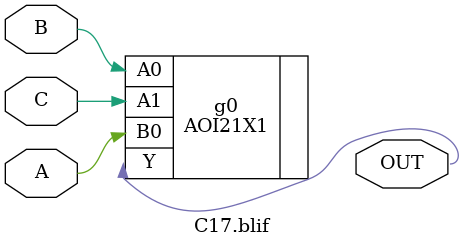
<source format=v>

module C17.blif ( 
    A, B, C, OUT );
  input  A, B, C;
  output OUT ;
  AOI21X1 g0(.A0(B), .A1(C), .B0(A),.Y(OUT)); 
endmodule



</source>
